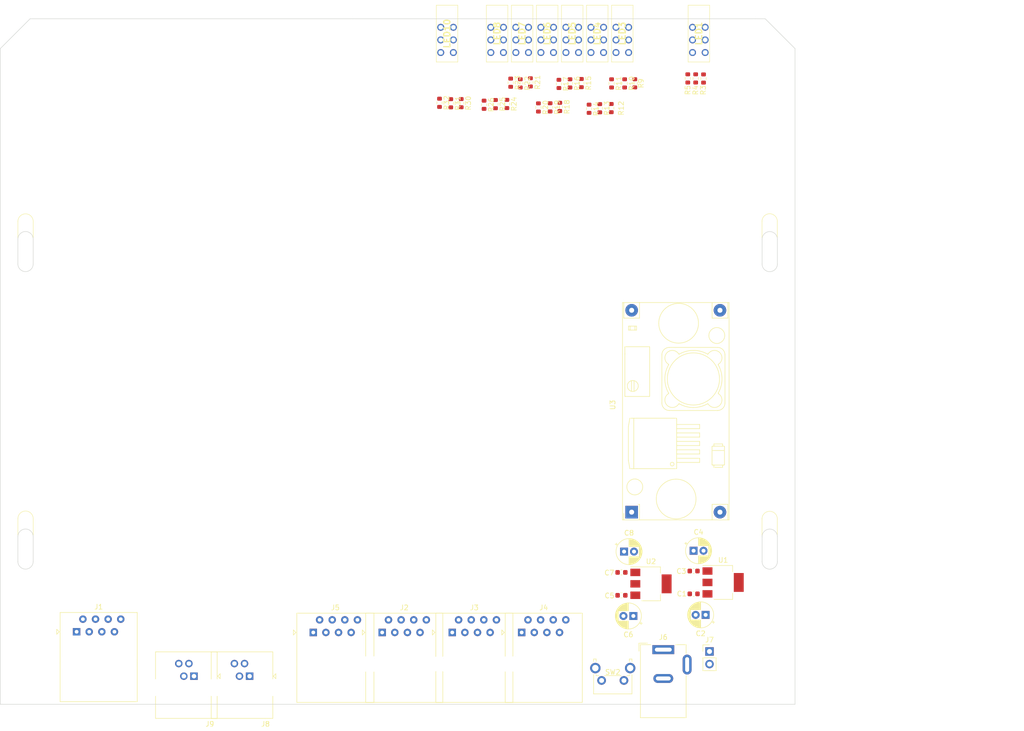
<source format=kicad_pcb>
(kicad_pcb (version 20211014) (generator pcbnew)
  (layers (0 "F.Cu" signal) (31 "B.Cu" signal) (34 "B.Paste" user) (35 "F.Paste" user) (36 "B.SilkS" user "B.Silkscreen") (37 "F.SilkS" user "F.Silkscreen") (38 "B.Mask" user) (39 "F.Mask" user) (44 "Edge.Cuts" user))
  (net 0 "")
  (net 1 "+12V")
  (net 2 "GND")
  (net 3 "+3V3")
  (net 4 "+5V")
  (net 47 "Net-(J6-Pad3)")
  (net 48 "Net-(LED1-Pad2)")
  (net 49 "Net-(LED1-Pad4)")
  (net 50 "Net-(LED1-Pad6)")
  (net 54 "Net-(LED3-Pad2)")
  (net 55 "Net-(LED3-Pad4)")
  (net 56 "Net-(LED3-Pad6)")
  (net 57 "Net-(LED4-Pad2)")
  (net 58 "Net-(LED4-Pad4)")
  (net 59 "Net-(LED4-Pad6)")
  (net 60 "Net-(LED5-Pad2)")
  (net 61 "Net-(LED5-Pad4)")
  (net 62 "Net-(LED5-Pad6)")
  (net 63 "Net-(LED6-Pad2)")
  (net 64 "Net-(LED6-Pad4)")
  (net 65 "Net-(LED6-Pad6)")
  (net 66 "Net-(LED7-Pad2)")
  (net 67 "Net-(LED7-Pad4)")
  (net 68 "Net-(LED7-Pad6)")
  (net 69 "Net-(LED8-Pad2)")
  (net 70 "Net-(LED8-Pad4)")
  (net 71 "Net-(LED8-Pad6)")
  (net 75 "Net-(LED10-Pad2)")
  (net 76 "Net-(LED10-Pad4)")
  (net 77 "Net-(LED10-Pad6)")
  (net 104 "VCC")
  (footprint "Connector_RJ:RJ45_Amphenol_54602-x08_Horizontal" (layer "F.Cu") (at 158 145.54)
    (fp_text reference "J3" (at 4.445 -5) (layer "F.SilkS"))
    (fp_text value "RJ45")
    (pad "" np_thru_hole circle locked (at -1.27 6.35) (size 3.2 3.2) (drill 3.2) (layers *.Cu *.Mask))
    (pad "" np_thru_hole circle locked (at 10.16 6.35) (size 3.2 3.2) (drill 3.2) (layers *.Cu *.Mask))
    (pad "1" thru_hole rect locked (at 0 0) (size 1.5 1.5) (drill 0.76) (layers *.Cu *.Mask))
    (pad "2" thru_hole circle locked (at 1.27 -2.54) (size 1.5 1.5) (drill 0.76) (layers *.Cu *.Mask))
    (pad "3" thru_hole circle locked (at 2.54 0) (size 1.5 1.5) (drill 0.76) (layers *.Cu *.Mask))
    (pad "4" thru_hole circle locked (at 3.81 -2.54) (size 1.5 1.5) (drill 0.76) (layers *.Cu *.Mask))
    (pad "5" thru_hole circle locked (at 5.08 0) (size 1.5 1.5) (drill 0.76) (layers *.Cu *.Mask))
    (pad "6" thru_hole circle locked (at 6.35 -2.54) (size 1.5 1.5) (drill 0.76) (layers *.Cu *.Mask))
    (pad "7" thru_hole circle locked (at 7.62 0) (size 1.5 1.5) (drill 0.76) (layers *.Cu *.Mask))
    (pad "8" thru_hole circle locked (at 8.89 -2.54) (size 1.5 1.5) (drill 0.76) (layers *.Cu *.Mask))
  )
  (footprint "Resistor_SMD:R_0603_1608Metric" (layer "F.Cu") (at 155.43 38.91 -90)
    (fp_text reference "R32" (at 0 -1.43 90) (layer "F.SilkS"))
    (fp_text value "R")
    (pad "1" smd roundrect locked (at -0.825 0 270) (size 0.8 0.95) (layers "F.Cu" "F.Paste" "F.Mask") (net 75 "Net-(LED10-Pad2)"))
    (pad "2" smd roundrect locked (at 0.825 0 270) (size 0.8 0.95) (layers "F.Cu" "F.Paste" "F.Mask"))
  )
  (footprint "Connector_RJ:RJ45_Amphenol_54602-x08_Horizontal" (layer "F.Cu") (at 143.89 145.54)
    (fp_text reference "J2" (at 4.445 -5) (layer "F.SilkS"))
    (fp_text value "RJ45")
    (pad "" np_thru_hole circle locked (at 10.16 6.35) (size 3.2 3.2) (drill 3.2) (layers *.Cu *.Mask))
    (pad "" np_thru_hole circle locked (at -1.27 6.35) (size 3.2 3.2) (drill 3.2) (layers *.Cu *.Mask))
    (pad "1" thru_hole rect locked (at 0 0) (size 1.5 1.5) (drill 0.76) (layers *.Cu *.Mask))
    (pad "2" thru_hole circle locked (at 1.27 -2.54) (size 1.5 1.5) (drill 0.76) (layers *.Cu *.Mask))
    (pad "3" thru_hole circle locked (at 2.54 0) (size 1.5 1.5) (drill 0.76) (layers *.Cu *.Mask))
    (pad "4" thru_hole circle locked (at 3.81 -2.54) (size 1.5 1.5) (drill 0.76) (layers *.Cu *.Mask))
    (pad "5" thru_hole circle locked (at 5.08 0) (size 1.5 1.5) (drill 0.76) (layers *.Cu *.Mask))
    (pad "6" thru_hole circle locked (at 6.35 -2.54) (size 1.5 1.5) (drill 0.76) (layers *.Cu *.Mask))
    (pad "7" thru_hole circle locked (at 7.62 0) (size 1.5 1.5) (drill 0.76) (layers *.Cu *.Mask))
    (pad "8" thru_hole circle locked (at 8.89 -2.54) (size 1.5 1.5) (drill 0.76) (layers *.Cu *.Mask))
  )
  (footprint "Resistor_SMD:R_0603_1608Metric" (layer "F.Cu") (at 183.99 34.94 -90)
    (fp_text reference "R15" (at 0 -1.43 90) (layer "F.SilkS"))
    (fp_text value "R")
    (pad "1" smd roundrect locked (at -0.825 0 270) (size 0.8 0.95) (layers "F.Cu" "F.Paste" "F.Mask") (net 62 "Net-(LED5-Pad6)"))
    (pad "2" smd roundrect locked (at 0.825 0 270) (size 0.8 0.95) (layers "F.Cu" "F.Paste" "F.Mask"))
  )
  (footprint "Resistor_SMD:R_0603_1608Metric" (layer "F.Cu") (at 169.76 34.865 -90)
    (fp_text reference "R23" (at 0 -1.43 90) (layer "F.SilkS"))
    (fp_text value "R")
    (pad "1" smd roundrect locked (at -0.825 0 270) (size 0.8 0.95) (layers "F.Cu" "F.Paste" "F.Mask") (net 66 "Net-(LED7-Pad2)"))
    (pad "2" smd roundrect locked (at 0.825 0 270) (size 0.8 0.95) (layers "F.Cu" "F.Paste" "F.Mask"))
  )
  (footprint "Connector_PinHeader_2.54mm:PinHeader_1x02_P2.54mm_Vertical" (layer "F.Cu") (at 209.784888 149.365)
    (fp_text reference "J7" (at 0 -2.33) (layer "F.SilkS"))
    (fp_text value "switched ground")
    (pad "1" thru_hole rect locked (at 0 0) (size 1.7 1.7) (drill 1) (layers *.Cu *.Mask) (net 47 "Net-(J6-Pad3)"))
    (pad "2" thru_hole oval locked (at 0 2.54) (size 1.7 1.7) (drill 1) (layers *.Cu *.Mask) (net 2 "GND"))
  )
  (footprint "Connector_RJ:RJ45_Amphenol_54602-x08_Horizontal" (layer "F.Cu") (at 130.02 145.54)
    (fp_text reference "J5" (at 4.445 -5) (layer "F.SilkS"))
    (fp_text value "RJ45")
    (pad "" np_thru_hole circle locked (at -1.27 6.35) (size 3.2 3.2) (drill 3.2) (layers *.Cu *.Mask))
    (pad "" np_thru_hole circle locked (at 10.16 6.35) (size 3.2 3.2) (drill 3.2) (layers *.Cu *.Mask))
    (pad "1" thru_hole rect locked (at 0 0) (size 1.5 1.5) (drill 0.76) (layers *.Cu *.Mask))
    (pad "2" thru_hole circle locked (at 1.27 -2.54) (size 1.5 1.5) (drill 0.76) (layers *.Cu *.Mask))
    (pad "3" thru_hole circle locked (at 2.54 0) (size 1.5 1.5) (drill 0.76) (layers *.Cu *.Mask))
    (pad "4" thru_hole circle locked (at 3.81 -2.54) (size 1.5 1.5) (drill 0.76) (layers *.Cu *.Mask))
    (pad "5" thru_hole circle locked (at 5.08 0) (size 1.5 1.5) (drill 0.76) (layers *.Cu *.Mask))
    (pad "6" thru_hole circle locked (at 6.35 -2.54) (size 1.5 1.5) (drill 0.76) (layers *.Cu *.Mask))
    (pad "7" thru_hole circle locked (at 7.62 0) (size 1.5 1.5) (drill 0.76) (layers *.Cu *.Mask))
    (pad "8" thru_hole circle locked (at 8.89 -2.54) (size 1.5 1.5) (drill 0.76) (layers *.Cu *.Mask))
  )
  (footprint "Resistor_SMD:R_0603_1608Metric" (layer "F.Cu") (at 187.7 40 -90)
    (fp_text reference "R13" (at 0 -1.43 90) (layer "F.SilkS"))
    (fp_text value "R")
    (pad "1" smd roundrect locked (at -0.825 0 270) (size 0.8 0.95) (layers "F.Cu" "F.Paste" "F.Mask") (net 58 "Net-(LED4-Pad4)"))
    (pad "2" smd roundrect locked (at 0.825 0 270) (size 0.8 0.95) (layers "F.Cu" "F.Paste" "F.Mask"))
  )
  (footprint "Resistor_SMD:R_0603_1608Metric" (layer "F.Cu") (at 166.7 39.175 -90)
    (fp_text reference "R25" (at 0 -1.43 90) (layer "F.SilkS"))
    (fp_text value "R")
    (pad "1" smd roundrect locked (at -0.825 0 270) (size 0.8 0.95) (layers "F.Cu" "F.Paste" "F.Mask") (net 70 "Net-(LED8-Pad4)"))
    (pad "2" smd roundrect locked (at 0.825 0 270) (size 0.8 0.95) (layers "F.Cu" "F.Paste" "F.Mask"))
  )
  (footprint "Connector_RJ:RJ14_Connfly_DS1133-S4_Horizontal" (layer "F.Cu") (at 106 154.34 180)
    (fp_text reference "J9" (at -3.2 -9.64) (layer "F.SilkS"))
    (fp_text value "6P4C")
    (pad "" np_thru_hole circle locked (at 7.53 -2.3) (size 2.3 2.3) (drill 2.3) (layers *.Cu *.Mask))
    (pad "" np_thru_hole circle locked (at -4.47 -2.3) (size 2.3 2.3) (drill 2.3) (layers *.Cu *.Mask))
    (pad "1" thru_hole rect locked (at 0 0) (size 1.5 1.5) (drill 0.9) (layers *.Cu *.Mask))
    (pad "2" thru_hole circle locked (at 1.02 2.54) (size 1.5 1.5) (drill 0.9) (layers *.Cu *.Mask))
    (pad "3" thru_hole circle locked (at 2.04 0) (size 1.5 1.5) (drill 0.9) (layers *.Cu *.Mask))
    (pad "4" thru_hole circle locked (at 3.06 2.54) (size 1.5 1.5) (drill 0.9) (layers *.Cu *.Mask))
  )
  (footprint "Evan's misc parts:WP934SA3ID" (layer "F.Cu") (at 185.92 28.79 -90)
    (fp_text reference "LED4" (at -3.81 -1.27 90) (layer "F.SilkS") (effects (font (size 1.27 1.27) (thickness 0.254))))
    (fp_text value "WP934SA_3GD" hide)
    (pad "1" thru_hole circle (at 0 0 270) (size 1.4 1.4) (drill 0.9) (layers *.Cu *.Mask) (net 2 "GND"))
    (pad "2" thru_hole circle (at 0 -2.54 270) (size 1.4 1.4) (drill 0.9) (layers *.Cu *.Mask) (net 57 "Net-(LED4-Pad2)"))
    (pad "3" thru_hole circle (at -2.54 0 270) (size 1.4 1.4) (drill 0.9) (layers *.Cu *.Mask) (net 2 "GND"))
    (pad "4" thru_hole circle (at -2.54 -2.54 270) (size 1.4 1.4) (drill 0.9) (layers *.Cu *.Mask) (net 58 "Net-(LED4-Pad4)"))
    (pad "5" thru_hole circle (at -5.08 0 270) (size 1.4 1.4) (drill 0.9) (layers *.Cu *.Mask) (net 2 "GND"))
    (pad "6" thru_hole circle (at -5.08 -2.54 270) (size 1.4 1.4) (drill 0.9) (layers *.Cu *.Mask) (net 59 "Net-(LED4-Pad6)"))
  )
  (footprint "Package_TO_SOT_SMD:SOT-223-3_TabPin2" (layer "F.Cu") (at 197.999888 135.75)
    (fp_text reference "U2" (at 0 -4.5) (layer "F.SilkS"))
    (fp_text value "AMS1117-5.0")
    (pad "1" smd rect locked (at -3.15 -2.3) (size 2 1.5) (layers "F.Cu" "F.Paste" "F.Mask") (net 2 "GND"))
    (pad "2" smd rect locked (at 3.15 0) (size 2 3.8) (layers "F.Cu" "F.Paste" "F.Mask") (net 4 "+5V"))
    (pad "2" smd rect locked (at -3.15 0) (size 2 1.5) (layers "F.Cu" "F.Paste" "F.Mask") (net 4 "+5V"))
    (pad "3" smd rect locked (at -3.15 2.3) (size 2 1.5) (layers "F.Cu" "F.Paste" "F.Mask") (net 1 "+12V"))
  )
  (footprint "Resistor_SMD:R_0603_1608Metric" (layer "F.Cu") (at 159.8 38.98 -90)
    (fp_text reference "R30" (at 0 -1.43 90) (layer "F.SilkS"))
    (fp_text value "R")
    (pad "1" smd roundrect locked (at -0.825 0 270) (size 0.8 0.95) (layers "F.Cu" "F.Paste" "F.Mask") (net 77 "Net-(LED10-Pad6)"))
    (pad "2" smd roundrect locked (at 0.825 0 270) (size 0.8 0.95) (layers "F.Cu" "F.Paste" "F.Mask"))
  )
  (footprint "Resistor_SMD:R_0603_1608Metric" (layer "F.Cu") (at 205.41 34 -90)
    (fp_text reference "R5" (at 2.35 0 90) (layer "F.SilkS"))
    (fp_text value "R")
    (pad "1" smd roundrect locked (at -0.825 0 270) (size 0.8 0.95) (layers "F.Cu" "F.Paste" "F.Mask") (net 48 "Net-(LED1-Pad2)"))
    (pad "2" smd roundrect locked (at 0.825 0 270) (size 0.8 0.95) (layers "F.Cu" "F.Paste" "F.Mask"))
  )
  (footprint "Resistor_SMD:R_0603_1608Metric" (layer "F.Cu") (at 164.4 39.305 -90)
    (fp_text reference "R26" (at 0 -1.43 90) (layer "F.SilkS"))
    (fp_text value "R")
    (pad "1" smd roundrect locked (at -0.825 0 270) (size 0.8 0.95) (layers "F.Cu" "F.Paste" "F.Mask") (net 69 "Net-(LED8-Pad2)"))
    (pad "2" smd roundrect locked (at 0.825 0 270) (size 0.8 0.95) (layers "F.Cu" "F.Paste" "F.Mask"))
  )
  (footprint "Resistor_SMD:R_0603_1608Metric" (layer "F.Cu") (at 194.75 34.99 -90)
    (fp_text reference "R9" (at 0.01 -1.25 90) (layer "F.SilkS"))
    (fp_text value "R")
    (pad "1" smd roundrect locked (at -0.825 0 270) (size 0.8 0.95) (layers "F.Cu" "F.Paste" "F.Mask") (net 56 "Net-(LED3-Pad6)"))
    (pad "2" smd roundrect locked (at 0.825 0 270) (size 0.8 0.95) (layers "F.Cu" "F.Paste" "F.Mask"))
  )
  (footprint "Resistor_SMD:R_0603_1608Metric" (layer "F.Cu") (at 177.7 39.825 -90)
    (fp_text reference "R19" (at 0 -1.43 90) (layer "F.SilkS"))
    (fp_text value "R")
    (pad "1" smd roundrect locked (at -0.825 0 270) (size 0.8 0.95) (layers "F.Cu" "F.Paste" "F.Mask") (net 64 "Net-(LED6-Pad4)"))
    (pad "2" smd roundrect locked (at 0.825 0 270) (size 0.8 0.95) (layers "F.Cu" "F.Paste" "F.Mask"))
  )
  (footprint "Resistor_SMD:R_0603_1608Metric" (layer "F.Cu") (at 185.54 40.11 -90)
    (fp_text reference "R14" (at 0 -1.43 90) (layer "F.SilkS"))
    (fp_text value "R")
    (pad "1" smd roundrect locked (at -0.825 0 270) (size 0.8 0.95) (layers "F.Cu" "F.Paste" "F.Mask") (net 57 "Net-(LED4-Pad2)"))
    (pad "2" smd roundrect locked (at 0.825 0 270) (size 0.8 0.95) (layers "F.Cu" "F.Paste" "F.Mask"))
  )
  (footprint "Resistor_SMD:R_0603_1608Metric" (layer "F.Cu") (at 192.7 35 -90)
    (fp_text reference "R10" (at 0 -1.43 90) (layer "F.SilkS"))
    (fp_text value "R")
    (pad "1" smd roundrect locked (at -0.825 0 270) (size 0.8 0.95) (layers "F.Cu" "F.Paste" "F.Mask") (net 55 "Net-(LED3-Pad4)"))
    (pad "2" smd roundrect locked (at 0.825 0 270) (size 0.8 0.95) (layers "F.Cu" "F.Paste" "F.Mask"))
  )
  (footprint "Resistor_SMD:R_0603_1608Metric" (layer "F.Cu") (at 175.34 39.845 -90)
    (fp_text reference "R20" (at 0 -1.43 90) (layer "F.SilkS"))
    (fp_text value "R")
    (pad "1" smd roundrect locked (at -0.825 0 270) (size 0.8 0.95) (layers "F.Cu" "F.Paste" "F.Mask") (net 63 "Net-(LED6-Pad2)"))
    (pad "2" smd roundrect locked (at 0.825 0 270) (size 0.8 0.95) (layers "F.Cu" "F.Paste" "F.Mask"))
  )
  (footprint "Evan's misc parts:WP934SA3ID" (layer "F.Cu") (at 180.88 28.79 -90)
    (fp_text reference "LED5" (at -3.81 -1.27 90) (layer "F.SilkS") (effects (font (size 1.27 1.27) (thickness 0.254))))
    (fp_text value "WP934SA_3GD" hide)
    (pad "1" thru_hole circle (at 0 0 270) (size 1.4 1.4) (drill 0.9) (layers *.Cu *.Mask) (net 2 "GND"))
    (pad "2" thru_hole circle (at 0 -2.54 270) (size 1.4 1.4) (drill 0.9) (layers *.Cu *.Mask) (net 60 "Net-(LED5-Pad2)"))
    (pad "3" thru_hole circle (at -2.54 0 270) (size 1.4 1.4) (drill 0.9) (layers *.Cu *.Mask) (net 2 "GND"))
    (pad "4" thru_hole circle (at -2.54 -2.54 270) (size 1.4 1.4) (drill 0.9) (layers *.Cu *.Mask) (net 61 "Net-(LED5-Pad4)"))
    (pad "5" thru_hole circle (at -5.08 0 270) (size 1.4 1.4) (drill 0.9) (layers *.Cu *.Mask) (net 2 "GND"))
    (pad "6" thru_hole circle (at -5.08 -2.54 270) (size 1.4 1.4) (drill 0.9) (layers *.Cu *.Mask) (net 62 "Net-(LED5-Pad6)"))
  )
  (footprint "Capacitor_THT:CP_Radial_D5.0mm_P2.00mm" (layer "F.Cu") (at 206.579775 129.09)
    (fp_text reference "C4" (at 1 -3.75) (layer "F.SilkS"))
    (fp_text value "100uF")
    (pad "1" thru_hole rect locked (at 0 0) (size 1.6 1.6) (drill 0.8) (layers *.Cu *.Mask) (net 3 "+3V3"))
    (pad "2" thru_hole circle locked (at 2 0) (size 1.6 1.6) (drill 0.8) (layers *.Cu *.Mask) (net 2 "GND"))
  )
  (footprint "Resistor_SMD:R_0603_1608Metric" (layer "F.Cu") (at 207 34 -90)
    (fp_text reference "R4" (at 2.37 0.03 90) (layer "F.SilkS"))
    (fp_text value "R")
    (pad "1" smd roundrect locked (at -0.825 0 270) (size 0.8 0.95) (layers "F.Cu" "F.Paste" "F.Mask") (net 49 "Net-(LED1-Pad4)"))
    (pad "2" smd roundrect locked (at 0.825 0 270) (size 0.8 0.95) (layers "F.Cu" "F.Paste" "F.Mask"))
  )
  (footprint "Connector_RJ:RJ45_Amphenol_54602-x08_Horizontal" (layer "F.Cu") (at 82.37 145.4)
    (fp_text reference "J1" (at 4.445 -5) (layer "F.SilkS"))
    (fp_text value "RJ45")
    (pad "" np_thru_hole circle locked (at -1.27 6.35) (size 3.2 3.2) (drill 3.2) (layers *.Cu *.Mask))
    (pad "" np_thru_hole circle locked (at 10.16 6.35) (size 3.2 3.2) (drill 3.2) (layers *.Cu *.Mask))
    (pad "1" thru_hole rect locked (at 0 0) (size 1.5 1.5) (drill 0.76) (layers *.Cu *.Mask))
    (pad "2" thru_hole circle locked (at 1.27 -2.54) (size 1.5 1.5) (drill 0.76) (layers *.Cu *.Mask))
    (pad "3" thru_hole circle locked (at 2.54 0) (size 1.5 1.5) (drill 0.76) (layers *.Cu *.Mask))
    (pad "4" thru_hole circle locked (at 3.81 -2.54) (size 1.5 1.5) (drill 0.76) (layers *.Cu *.Mask))
    (pad "5" thru_hole circle locked (at 5.08 0) (size 1.5 1.5) (drill 0.76) (layers *.Cu *.Mask))
    (pad "6" thru_hole circle locked (at 6.35 -2.54) (size 1.5 1.5) (drill 0.76) (layers *.Cu *.Mask))
    (pad "7" thru_hole circle locked (at 7.62 0) (size 1.5 1.5) (drill 0.76) (layers *.Cu *.Mask))
    (pad "8" thru_hole circle locked (at 8.89 -2.54) (size 1.5 1.5) (drill 0.76) (layers *.Cu *.Mask))
  )
  (footprint "MountingHole:MountingHole_2.7mm_M2.5_DIN965" (layer "F.Cu") (at 132.935 130.775 -90)
    (fp_text reference "REF**" hide)
    (fp_text value "MountingHole_2.7mm_M2.5_DIN965" hide)
    (pad "" np_thru_hole circle locked (at 0 0 270) (size 2.7 2.7) (drill 2.7) (layers *.Cu *.Mask))
  )
  (footprint "Capacitor_SMD:C_0603_1608Metric" (layer "F.Cu") (at 206.584888 133.17)
    (fp_text reference "C3" (at -2.47 0.05) (layer "F.SilkS"))
    (fp_text value "100nF")
    (pad "1" smd roundrect locked (at -0.775 0) (size 0.9 0.95) (layers "F.Cu" "F.Paste" "F.Mask") (net 3 "+3V3"))
    (pad "2" smd roundrect locked (at 0.775 0) (size 0.9 0.95) (layers "F.Cu" "F.Paste" "F.Mask") (net 2 "GND"))
  )
  (footprint "Resistor_SMD:R_0603_1608Metric" (layer "F.Cu") (at 171.7 35 -90)
    (fp_text reference "R22" (at 0 -1.43 90) (layer "F.SilkS"))
    (fp_text value "R")
    (pad "1" smd roundrect locked (at -0.825 0 270) (size 0.8 0.95) (layers "F.Cu" "F.Paste" "F.Mask") (net 67 "Net-(LED7-Pad4)"))
    (pad "2" smd roundrect locked (at 0.825 0 270) (size 0.8 0.95) (layers "F.Cu" "F.Paste" "F.Mask"))
  )
  (footprint "Connector_BarrelJack:BarrelJack_Wuerth_6941xx301002" (layer "F.Cu") (at 200.48 149)
    (fp_text reference "J6" (at 0 -2.5) (layer "F.SilkS"))
    (fp_text value "Barrel_Jack_Switch")
    (pad "1" thru_hole rect locked (at 0 0) (size 4.4 1.8) (drill oval 3.4 0.8) (layers *.Cu *.Mask) (net 1 "+12V"))
    (pad "2" thru_hole oval locked (at 0 5.8) (size 4 1.8) (drill oval 3 0.8) (layers *.Cu *.Mask) (net 2 "GND"))
    (pad "3" thru_hole oval locked (at 4.8 3 90) (size 4 1.8) (drill oval 3 0.8) (layers *.Cu *.Mask) (net 47 "Net-(J6-Pad3)"))
  )
  (footprint "Connector_RJ:RJ45_Amphenol_54602-x08_Horizontal" (layer "F.Cu") (at 171.97 145.54)
    (fp_text reference "J4" (at 4.445 -5) (layer "F.SilkS"))
    (fp_text value "RJ45")
    (pad "" np_thru_hole circle locked (at 10.16 6.35) (size 3.2 3.2) (drill 3.2) (layers *.Cu *.Mask))
    (pad "" np_thru_hole circle locked (at -1.27 6.35) (size 3.2 3.2) (drill 3.2) (layers *.Cu *.Mask))
    (pad "1" thru_hole rect locked (at 0 0) (size 1.5 1.5) (drill 0.76) (layers *.Cu *.Mask))
    (pad "2" thru_hole circle locked (at 1.27 -2.54) (size 1.5 1.5) (drill 0.76) (layers *.Cu *.Mask))
    (pad "3" thru_hole circle locked (at 2.54 0) (size 1.5 1.5) (drill 0.76) (layers *.Cu *.Mask))
    (pad "4" thru_hole circle locked (at 3.81 -2.54) (size 1.5 1.5) (drill 0.76) (layers *.Cu *.Mask))
    (pad "5" thru_hole circle locked (at 5.08 0) (size 1.5 1.5) (drill 0.76) (layers *.Cu *.Mask))
    (pad "6" thru_hole circle locked (at 6.35 -2.54) (size 1.5 1.5) (drill 0.76) (layers *.Cu *.Mask))
    (pad "7" thru_hole circle locked (at 7.62 0) (size 1.5 1.5) (drill 0.76) (layers *.Cu *.Mask))
    (pad "8" thru_hole circle locked (at 8.89 -2.54) (size 1.5 1.5) (drill 0.76) (layers *.Cu *.Mask))
  )
  (footprint "Evan's misc parts:YAAJ_DCDC_StepDown_LM2596" (layer "F.Cu") (at 194.11 121.32 90)
    (fp_text reference "U3" (at 21.59 -3.81 90) (layer "F.SilkS"))
    (fp_text value "YAAJ_DCDC_StepDown_LM2596")
    (pad "1" thru_hole rect (at 0 0 90) (size 2.54 2.54) (drill 1) (layers *.Cu *.Mask) (net 1 "+12V"))
    (pad "2" thru_hole circle (at 0 17.78 90) (size 2.54 2.54) (drill 1) (layers *.Cu *.Mask) (net 2 "GND"))
    (pad "3" thru_hole circle (at 40.64 17.78 90) (size 2.54 2.54) (drill 1) (layers *.Cu *.Mask) (net 2 "GND"))
    (pad "4" thru_hole circle (at 40.64 0 90) (size 2.54 2.54) (drill 1) (layers *.Cu *.Mask) (net 104 "VCC"))
  )
  (footprint "Evan's misc parts:WP934SA3ID" (layer "F.Cu") (at 206.37 28.79 -90)
    (fp_text reference "LED1" (at -3.81 -1.27 90) (layer "F.SilkS") (effects (font (size 1.27 1.27) (thickness 0.254))))
    (fp_text value "WP934SA_3GD" hide)
    (pad "1" thru_hole circle (at 0 0 270) (size 1.4 1.4) (drill 0.9) (layers *.Cu *.Mask) (net 2 "GND"))
    (pad "2" thru_hole circle (at 0 -2.54 270) (size 1.4 1.4) (drill 0.9) (layers *.Cu *.Mask) (net 48 "Net-(LED1-Pad2)"))
    (pad "3" thru_hole circle (at -2.54 0 270) (size 1.4 1.4) (drill 0.9) (layers *.Cu *.Mask) (net 2 "GND"))
    (pad "4" thru_hole circle (at -2.54 -2.54 270) (size 1.4 1.4) (drill 0.9) (layers *.Cu *.Mask) (net 49 "Net-(LED1-Pad4)"))
    (pad "5" thru_hole circle (at -5.08 0 270) (size 1.4 1.4) (drill 0.9) (layers *.Cu *.Mask) (net 2 "GND"))
    (pad "6" thru_hole circle (at -5.08 -2.54 270) (size 1.4 1.4) (drill 0.9) (layers *.Cu *.Mask) (net 50 "Net-(LED1-Pad6)"))
  )
  (footprint "Evan's misc parts:WP934SA3ID" (layer "F.Cu") (at 175.84 28.79 -90)
    (fp_text reference "LED6" (at -3.81 -1.27 90) (layer "F.SilkS") (effects (font (size 1.27 1.27) (thickness 0.254))))
    (fp_text value "WP934SA_3GD" hide)
    (pad "1" thru_hole circle (at 0 0 270) (size 1.4 1.4) (drill 0.9) (layers *.Cu *.Mask) (net 2 "GND"))
    (pad "2" thru_hole circle (at 0 -2.54 270) (size 1.4 1.4) (drill 0.9) (layers *.Cu *.Mask) (net 63 "Net-(LED6-Pad2)"))
    (pad "3" thru_hole circle (at -2.54 0 270) (size 1.4 1.4) (drill 0.9) (layers *.Cu *.Mask) (net 2 "GND"))
    (pad "4" thru_hole circle (at -2.54 -2.54 270) (size 1.4 1.4) (drill 0.9) (layers *.Cu *.Mask) (net 64 "Net-(LED6-Pad4)"))
    (pad "5" thru_hole circle (at -5.08 0 270) (size 1.4 1.4) (drill 0.9) (layers *.Cu *.Mask) (net 2 "GND"))
    (pad "6" thru_hole circle (at -5.08 -2.54 270) (size 1.4 1.4) (drill 0.9) (layers *.Cu *.Mask) (net 65 "Net-(LED6-Pad6)"))
  )
  (footprint "Resistor_SMD:R_0603_1608Metric" (layer "F.Cu") (at 208.58 34.02 -90)
    (fp_text reference "R3" (at 2.35 0.07 90) (layer "F.SilkS"))
    (fp_text value "R")
    (pad "1" smd roundrect locked (at -0.825 0 270) (size 0.8 0.95) (layers "F.Cu" "F.Paste" "F.Mask") (net 50 "Net-(LED1-Pad6)"))
    (pad "2" smd roundrect locked (at 0.825 0 270) (size 0.8 0.95) (layers "F.Cu" "F.Paste" "F.Mask"))
  )
  (footprint "Evan's misc parts:WP934SA3ID" (layer "F.Cu") (at 165.76 28.79 -90)
    (fp_text reference "LED8" (at -3.81 -1.27 90) (layer "F.SilkS") (effects (font (size 1.27 1.27) (thickness 0.254))))
    (fp_text value "WP934SA_3GD" hide)
    (pad "1" thru_hole circle (at 0 0 270) (size 1.4 1.4) (drill 0.9) (layers *.Cu *.Mask) (net 2 "GND"))
    (pad "2" thru_hole circle (at 0 -2.54 270) (size 1.4 1.4) (drill 0.9) (layers *.Cu *.Mask) (net 69 "Net-(LED8-Pad2)"))
    (pad "3" thru_hole circle (at -2.54 0 270) (size 1.4 1.4) (drill 0.9) (layers *.Cu *.Mask) (net 2 "GND"))
    (pad "4" thru_hole circle (at -2.54 -2.54 270) (size 1.4 1.4) (drill 0.9) (layers *.Cu *.Mask) (net 70 "Net-(LED8-Pad4)"))
    (pad "5" thru_hole circle (at -5.08 0 270) (size 1.4 1.4) (drill 0.9) (layers *.Cu *.Mask) (net 2 "GND"))
    (pad "6" thru_hole circle (at -5.08 -2.54 270) (size 1.4 1.4) (drill 0.9) (layers *.Cu *.Mask) (net 71 "Net-(LED8-Pad6)"))
  )
  (footprint "Package_TO_SOT_SMD:SOT-223-3_TabPin2" (layer "F.Cu") (at 212.524888 135.47)
    (fp_text reference "U1" (at 0 -4.5) (layer "F.SilkS"))
    (fp_text value "AMS1117-3.3")
    (pad "1" smd rect locked (at -3.15 -2.3) (size 2 1.5) (layers "F.Cu" "F.Paste" "F.Mask") (net 2 "GND"))
    (pad "2" smd rect locked (at 3.15 0) (size 2 3.8) (layers "F.Cu" "F.Paste" "F.Mask") (net 3 "+3V3"))
    (pad "2" smd rect locked (at -3.15 0) (size 2 1.5) (layers "F.Cu" "F.Paste" "F.Mask") (net 3 "+3V3"))
    (pad "3" smd rect locked (at -3.15 2.3) (size 2 1.5) (layers "F.Cu" "F.Paste" "F.Mask") (net 1 "+12V"))
  )
  (footprint "Resistor_SMD:R_0603_1608Metric" (layer "F.Cu") (at 173.74 34.795 -90)
    (fp_text reference "R21" (at 0 -1.43 90) (layer "F.SilkS"))
    (fp_text value "R")
    (pad "1" smd roundrect locked (at -0.825 0 270) (size 0.8 0.95) (layers "F.Cu" "F.Paste" "F.Mask") (net 68 "Net-(LED7-Pad6)"))
    (pad "2" smd roundrect locked (at 0.825 0 270) (size 0.8 0.95) (layers "F.Cu" "F.Paste" "F.Mask"))
  )
  (footprint "Capacitor_THT:CP_Radial_D5.0mm_P2.00mm" (layer "F.Cu") (at 192.584776 129.26)
    (fp_text reference "C8" (at 1 -3.75) (layer "F.SilkS"))
    (fp_text value "100uF")
    (pad "1" thru_hole rect locked (at 0 0) (size 1.6 1.6) (drill 0.8) (layers *.Cu *.Mask) (net 4 "+5V"))
    (pad "2" thru_hole circle locked (at 2 0) (size 1.6 1.6) (drill 0.8) (layers *.Cu *.Mask) (net 2 "GND"))
  )
  (footprint "Connector_RJ:RJ14_Connfly_DS1133-S4_Horizontal" (layer "F.Cu") (at 117.2 154.34 180)
    (fp_text reference "J8" (at -3.2 -9.64) (layer "F.SilkS"))
    (fp_text value "6P4C")
    (pad "" np_thru_hole circle locked (at 7.53 -2.3) (size 2.3 2.3) (drill 2.3) (layers *.Cu *.Mask))
    (pad "" np_thru_hole circle locked (at -4.47 -2.3) (size 2.3 2.3) (drill 2.3) (layers *.Cu *.Mask))
    (pad "1" thru_hole rect locked (at 0 0) (size 1.5 1.5) (drill 0.9) (layers *.Cu *.Mask))
    (pad "2" thru_hole circle locked (at 1.02 2.54) (size 1.5 1.5) (drill 0.9) (layers *.Cu *.Mask))
    (pad "3" thru_hole circle locked (at 2.04 0) (size 1.5 1.5) (drill 0.9) (layers *.Cu *.Mask))
    (pad "4" thru_hole circle locked (at 3.06 2.54) (size 1.5 1.5) (drill 0.9) (layers *.Cu *.Mask))
  )
  (footprint "Capacitor_THT:CP_Radial_D5.0mm_P2.00mm" (layer "F.Cu") (at 209 142 180)
    (fp_text reference "C2" (at 1 -3.75) (layer "F.SilkS"))
    (fp_text value "100uF")
    (pad "1" thru_hole rect locked (at 0 0 180) (size 1.6 1.6) (drill 0.8) (layers *.Cu *.Mask) (net 1 "+12V"))
    (pad "2" thru_hole circle locked (at 2 0 180) (size 1.6 1.6) (drill 0.8) (layers *.Cu *.Mask) (net 2 "GND"))
  )
  (footprint "Resistor_SMD:R_0603_1608Metric" (layer "F.Cu") (at 181.7 35 -90)
    (fp_text reference "R16" (at 0 -1.43 90) (layer "F.SilkS"))
    (fp_text value "R")
    (pad "1" smd roundrect locked (at -0.825 0 270) (size 0.8 0.95) (layers "F.Cu" "F.Paste" "F.Mask") (net 61 "Net-(LED5-Pad4)"))
    (pad "2" smd roundrect locked (at 0.825 0 270) (size 0.8 0.95) (layers "F.Cu" "F.Paste" "F.Mask"))
  )
  (footprint "Capacitor_THT:CP_Radial_D5.0mm_P2.00mm" (layer "F.Cu") (at 194.455 142.22 180)
    (fp_text reference "C6" (at 1 -3.75) (layer "F.SilkS"))
    (fp_text value "100uF")
    (pad "1" thru_hole rect locked (at 0 0 180) (size 1.6 1.6) (drill 0.8) (layers *.Cu *.Mask) (net 1 "+12V"))
    (pad "2" thru_hole circle locked (at 2 0 180) (size 1.6 1.6) (drill 0.8) (layers *.Cu *.Mask) (net 2 "GND"))
  )
  (footprint "Evan's misc parts:WP934SA3ID" (layer "F.Cu") (at 190.96 28.79 -90)
    (fp_text reference "LED3" (at -3.81 -1.27 90) (layer "F.SilkS") (effects (font (size 1.27 1.27) (thickness 0.254))))
    (fp_text value "WP934SA_3GD" hide)
    (pad "1" thru_hole circle (at 0 0 270) (size 1.4 1.4) (drill 0.9) (layers *.Cu *.Mask) (net 2 "GND"))
    (pad "2" thru_hole circle (at 0 -2.54 270) (size 1.4 1.4) (drill 0.9) (layers *.Cu *.Mask) (net 54 "Net-(LED3-Pad2)"))
    (pad "3" thru_hole circle (at -2.54 0 270) (size 1.4 1.4) (drill 0.9) (layers *.Cu *.Mask) (net 2 "GND"))
    (pad "4" thru_hole circle (at -2.54 -2.54 270) (size 1.4 1.4) (drill 0.9) (layers *.Cu *.Mask) (net 55 "Net-(LED3-Pad4)"))
    (pad "5" thru_hole circle (at -5.08 0 270) (size 1.4 1.4) (drill 0.9) (layers *.Cu *.Mask) (net 2 "GND"))
    (pad "6" thru_hole circle (at -5.08 -2.54 270) (size 1.4 1.4) (drill 0.9) (layers *.Cu *.Mask) (net 56 "Net-(LED3-Pad6)"))
  )
  (footprint "Capacitor_SMD:C_0603_1608Metric" (layer "F.Cu") (at 192.059888 138.06 180)
    (fp_text reference "C5" (at 2.4 -0.08) (layer "F.SilkS"))
    (fp_text value "100nF")
    (pad "1" smd roundrect locked (at -0.775 0 180) (size 0.9 0.95) (layers "F.Cu" "F.Paste" "F.Mask") (net 1 "+12V"))
    (pad "2" smd roundrect locked (at 0.775 0 180) (size 0.9 0.95) (layers "F.Cu" "F.Paste" "F.Mask") (net 2 "GND"))
  )
  (footprint "Evan's misc parts:WP934SA3ID" (layer "F.Cu") (at 155.68 28.79 -90)
    (fp_text reference "LED10" (at -3.81 -1.27 90) (layer "F.SilkS") (effects (font (size 1.27 1.27) (thickness 0.254))))
    (fp_text value "WP934SA_3GD" hide)
    (pad "1" thru_hole circle (at 0 0 270) (size 1.4 1.4) (drill 0.9) (layers *.Cu *.Mask) (net 2 "GND"))
    (pad "2" thru_hole circle (at 0 -2.54 270) (size 1.4 1.4) (drill 0.9) (layers *.Cu *.Mask) (net 75 "Net-(LED10-Pad2)"))
    (pad "3" thru_hole circle (at -2.54 0 270) (size 1.4 1.4) (drill 0.9) (layers *.Cu *.Mask) (net 2 "GND"))
    (pad "4" thru_hole circle (at -2.54 -2.54 270) (size 1.4 1.4) (drill 0.9) (layers *.Cu *.Mask) (net 76 "Net-(LED10-Pad4)"))
    (pad "5" thru_hole circle (at -5.08 0 270) (size 1.4 1.4) (drill 0.9) (layers *.Cu *.Mask) (net 2 "GND"))
    (pad "6" thru_hole circle (at -5.08 -2.54 270) (size 1.4 1.4) (drill 0.9) (layers *.Cu *.Mask) (net 77 "Net-(LED10-Pad6)"))
  )
  (footprint "Resistor_SMD:R_0603_1608Metric" (layer "F.Cu") (at 179.47 35.11 -90)
    (fp_text reference "R17" (at 0 -1.43 90) (layer "F.SilkS"))
    (fp_text value "R")
    (pad "1" smd roundrect locked (at -0.825 0 270) (size 0.8 0.95) (layers "F.Cu" "F.Paste" "F.Mask") (net 60 "Net-(LED5-Pad2)"))
    (pad "2" smd roundrect locked (at 0.825 0 270) (size 0.8 0.95) (layers "F.Cu" "F.Paste" "F.Mask"))
  )
  (footprint "Capacitor_SMD:C_0603_1608Metric" (layer "F.Cu") (at 206.584888 137.77 180)
    (fp_text reference "C1" (at 2.39 0.01) (layer "F.SilkS"))
    (fp_text value "100nF")
    (pad "1" smd roundrect locked (at -0.775 0 180) (size 0.9 0.95) (layers "F.Cu" "F.Paste" "F.Mask") (net 1 "+12V"))
    (pad "2" smd roundrect locked (at 0.775 0 180) (size 0.9 0.95) (layers "F.Cu" "F.Paste" "F.Mask") (net 2 "GND"))
  )
  (footprint "Evan's misc parts:WP934SA3ID" (layer "F.Cu") (at 170.8 28.79 -90)
    (fp_text reference "LED7" (at -3.81 -1.27 90) (layer "F.SilkS") (effects (font (size 1.27 1.27) (thickness 0.254))))
    (fp_text value "WP934SA_3GD" hide)
    (pad "1" thru_hole circle (at 0 0 270) (size 1.4 1.4) (drill 0.9) (layers *.Cu *.Mask) (net 2 "GND"))
    (pad "2" thru_hole circle (at 0 -2.54 270) (size 1.4 1.4) (drill 0.9) (layers *.Cu *.Mask) (net 66 "Net-(LED7-Pad2)"))
    (pad "3" thru_hole circle (at -2.54 0 270) (size 1.4 1.4) (drill 0.9) (layers *.Cu *.Mask) (net 2 "GND"))
    (pad "4" thru_hole circle (at -2.54 -2.54 270) (size 1.4 1.4) (drill 0.9) (layers *.Cu *.Mask) (net 67 "Net-(LED7-Pad4)"))
    (pad "5" thru_hole circle (at -5.08 0 270) (size 1.4 1.4) (drill 0.9) (layers *.Cu *.Mask) (net 2 "GND"))
    (pad "6" thru_hole circle (at -5.08 -2.54 270) (size 1.4 1.4) (drill 0.9) (layers *.Cu *.Mask) (net 68 "Net-(LED7-Pad6)"))
  )
  (footprint "Resistor_SMD:R_0603_1608Metric" (layer "F.Cu") (at 190.01 39.975 -90)
    (fp_text reference "R12" (at 0.025 -1.99 90) (layer "F.SilkS"))
    (fp_text value "R")
    (pad "1" smd roundrect locked (at -0.825 0 270) (size 0.8 0.95) (layers "F.Cu" "F.Paste" "F.Mask") (net 59 "Net-(LED4-Pad6)"))
    (pad "2" smd roundrect locked (at 0.825 0 270) (size 0.8 0.95) (layers "F.Cu" "F.Paste" "F.Mask"))
  )
  (footprint "Resistor_SMD:R_0603_1608Metric" (layer "F.Cu") (at 157.7 39 -90)
    (fp_text reference "R31" (at 0 -1.43 90) (layer "F.SilkS"))
    (fp_text value "R")
    (pad "1" smd roundrect locked (at -0.825 0 270) (size 0.8 0.95) (layers "F.Cu" "F.Paste" "F.Mask") (net 76 "Net-(LED10-Pad4)"))
    (pad "2" smd roundrect locked (at 0.825 0 270) (size 0.8 0.95) (layers "F.Cu" "F.Paste" "F.Mask"))
  )
  (footprint "Resistor_SMD:R_0603_1608Metric" (layer "F.Cu") (at 169 39.145 -90)
    (fp_text reference "R24" (at 0 -1.43 90) (layer "F.SilkS"))
    (fp_text value "R")
    (pad "1" smd roundrect locked (at -0.825 0 270) (size 0.8 0.95) (layers "F.Cu" "F.Paste" "F.Mask") (net 71 "Net-(LED8-Pad6)"))
    (pad "2" smd roundrect locked (at 0.825 0 270) (size 0.8 0.95) (layers "F.Cu" "F.Paste" "F.Mask"))
  )
  (footprint "Resistor_SMD:R_0603_1608Metric" (layer "F.Cu") (at 179.65 39.735 -90)
    (fp_text reference "R18" (at 0 -1.43 90) (layer "F.SilkS"))
    (fp_text value "R")
    (pad "1" smd roundrect locked (at -0.825 0 270) (size 0.8 0.95) (layers "F.Cu" "F.Paste" "F.Mask") (net 65 "Net-(LED6-Pad6)"))
    (pad "2" smd roundrect locked (at 0.825 0 270) (size 0.8 0.95) (layers "F.Cu" "F.Paste" "F.Mask"))
  )
  (footprint "Resistor_SMD:R_0603_1608Metric" (layer "F.Cu") (at 190.07 35 -90)
    (fp_text reference "R11" (at 0 -1.43 90) (layer "F.SilkS"))
    (fp_text value "R")
    (pad "1" smd roundrect locked (at -0.825 0 270) (size 0.8 0.95) (layers "F.Cu" "F.Paste" "F.Mask") (net 54 "Net-(LED3-Pad2)"))
    (pad "2" smd roundrect locked (at 0.825 0 270) (size 0.8 0.95) (layers "F.Cu" "F.Paste" "F.Mask"))
  )
  (footprint "Button_Switch_THT:SW_Tactile_SPST_Angled_PTS645Vx58-2LFS" (layer "F.Cu") (at 192.56 155.2 180)
    (fp_text reference "SW2" (at 2.25 1.68) (layer "F.SilkS"))
    (fp_text value "reset")
    (pad "" thru_hole circle locked (at -1.25 2.49 180) (size 2.1 2.1) (drill 1.3) (layers *.Cu *.Mask))
    (pad "" thru_hole circle locked (at 5.76 2.49 180) (size 2.1 2.1) (drill 1.3) (layers *.Cu *.Mask))
    (pad "1" thru_hole circle locked (at 0 0 180) (size 1.75 1.75) (drill 0.99) (layers *.Cu *.Mask))
    (pad "2" thru_hole circle locked (at 4.5 0 180) (size 1.75 1.75) (drill 0.99) (layers *.Cu *.Mask))
  )
  (footprint "MountingHole:MountingHole_2.7mm_M2.5_DIN965" (layer "F.Cu") (at 140.845 130.775 -90)
    (fp_text reference "REF**" hide)
    (fp_text value "MountingHole_2.7mm_M2.5_DIN965" hide)
    (pad "" np_thru_hole circle locked (at 0 0 270) (size 2.7 2.7) (drill 2.7) (layers *.Cu *.Mask))
  )
  (footprint "Capacitor_SMD:C_0603_1608Metric" (layer "F.Cu") (at 192.059888 133.45)
    (fp_text reference "C7" (at -2.45 0.08) (layer "F.SilkS"))
    (fp_text value "100nF")
    (pad "1" smd roundrect locked (at -0.775 0) (size 0.9 0.95) (layers "F.Cu" "F.Paste" "F.Mask") (net 4 "+5V"))
    (pad "2" smd roundrect locked (at 0.775 0) (size 0.9 0.95) (layers "F.Cu" "F.Paste" "F.Mask") (net 2 "GND"))
  )
  (gr_line (start 220.355001 66.1) (end 220.355001 62.779649) (layer "F.SilkS") (width 0.1))
  (gr_line (start 223.435034 126) (end 223.435034 122.689649) (layer "F.SilkS") (width 0.1))
  (gr_arc (start 70.555001 62.8) (mid 72.1 61.270347) (end 73.635033 62.81) (layer "F.SilkS") (width 0.1))
  (gr_line (start 220.355002 126) (end 220.355002 122.679649) (layer "F.SilkS") (width 0.1))
  (gr_line (start 70.555001 66.120351) (end 70.555001 62.8) (layer "F.SilkS") (width 0.1))
  (gr_arc (start 220.355001 62.779649) (mid 221.9 61.249997) (end 223.435033 62.789649) (layer "F.SilkS") (width 0.1))
  (gr_line (start 73.635033 125.950002) (end 73.635033 122.639651) (layer "F.SilkS") (width 0.1))
  (gr_line (start 73.635033 66.120351) (end 73.635033 62.81) (layer "F.SilkS") (width 0.1))
  (gr_arc (start 220.355002 122.679649) (mid 221.900001 121.149998) (end 223.435034 122.689649) (layer "F.SilkS") (width 0.1))
  (gr_line (start 223.435033 66.1) (end 223.435033 62.789649) (layer "F.SilkS") (width 0.1))
  (gr_arc (start 70.555001 122.629651) (mid 72.1 121.099998) (end 73.635033 122.639651) (layer "F.SilkS") (width 0.1))
  (gr_line (start 70.555001 125.950002) (end 70.555001 122.629651) (layer "F.SilkS") (width 0.1))
  (gr_line (start 220.369968 71.359976) (end 220.369968 66.359976) (layer "Edge.Cuts") (width 0.1))
  (gr_line (start 227 160) (end 227 28) (layer "Edge.Cuts") (width 0.1))
  (gr_line (start 73.630032 71.369976) (end 73.630032 66.369976) (layer "Edge.Cuts") (width 0.1))
  (gr_line (start 220.369968 131.249976) (end 220.369968 126.249976) (layer "Edge.Cuts") (width 0.1))
  (gr_arc (start 73.630032 131.259976) (mid 72.085032 132.79) (end 70.55 131.249976) (layer "Edge.Cuts") (width 0.1))
  (gr_line (start 73 22) (end 67 28) (layer "Edge.Cuts") (width 0.1))
  (gr_line (start 227 28) (end 221 22) (layer "Edge.Cuts") (width 0.1))
  (gr_arc (start 70.55 126.249976) (mid 72.095 124.719952) (end 73.630032 126.259976) (layer "Edge.Cuts") (width 0.1))
  (gr_line (start 67 160) (end 227 160) (layer "Edge.Cuts") (width 0.1))
  (gr_arc (start 220.369968 126.249976) (mid 221.914968 124.719952) (end 223.45 126.259976) (layer "Edge.Cuts") (width 0.1))
  (gr_line (start 223.45 71.369976) (end 223.45 66.369976) (layer "Edge.Cuts") (width 0.1))
  (gr_line (start 223.45 131.259976) (end 223.45 126.259976) (layer "Edge.Cuts") (width 0.1))
  (gr_arc (start 73.630032 71.369976) (mid 72.085032 72.9) (end 70.55 71.359976) (layer "Edge.Cuts") (width 0.1))
  (gr_line (start 70.55 131.249976) (end 70.55 126.249976) (layer "Edge.Cuts") (width 0.1))
  (gr_line (start 73.630032 131.259976) (end 73.630032 126.259976) (layer "Edge.Cuts") (width 0.1))
  (gr_line (start 221 22) (end 219 22) (layer "Edge.Cuts") (width 0.1))
  (gr_arc (start 223.45 71.369976) (mid 221.905 72.9) (end 220.369968 71.359976) (layer "Edge.Cuts") (width 0.1))
  (gr_arc (start 220.369968 66.359976) (mid 221.914968 64.829952) (end 223.45 66.369976) (layer "Edge.Cuts") (width 0.1))
  (gr_line (start 138 22) (end 219 22) (layer "Edge.Cuts") (width 0.1))
  (gr_arc (start 223.45 131.259976) (mid 221.905 132.79) (end 220.369968 131.249976) (layer "Edge.Cuts") (width 0.1))
  (gr_line (start 67 160) (end 67 28) (layer "Edge.Cuts") (width 0.1))
  (gr_arc (start 70.55 66.359976) (mid 72.095 64.829952) (end 73.630032 66.369976) (layer "Edge.Cuts") (width 0.1))
  (gr_line (start 70.55 71.359976) (end 70.55 66.359976) (layer "Edge.Cuts") (width 0.1))
  (gr_line (start 73 22) (end 138 22) (layer "Edge.Cuts") (width 0.1))
)
</source>
